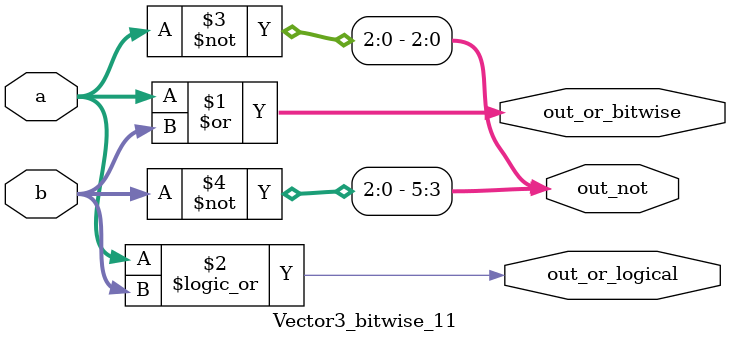
<source format=v>
`timescale 1ns/1ps

module Vector3_bitwise_11( 
    input [2:0] a,
    input [2:0] b,
    output [2:0] out_or_bitwise,
    output out_or_logical,
    output [5:0] out_not
);
    assign out_or_bitwise = a |  b ;
    assign out_or_logical = a || b ;
    assign out_not = {~b,~a} ;
    
endmodule
</source>
